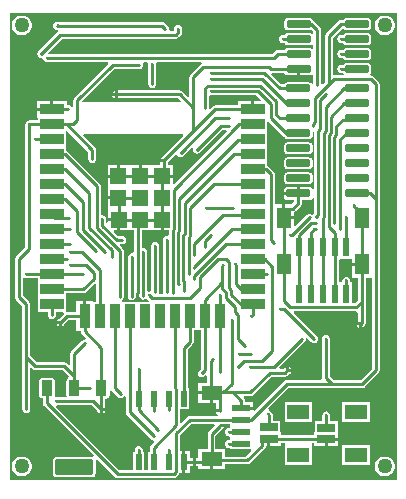
<source format=gtl>
G04*
G04 #@! TF.GenerationSoftware,Altium Limited,Altium Designer,21.2.1 (34)*
G04*
G04 Layer_Physical_Order=1*
G04 Layer_Color=255*
%FSLAX44Y44*%
%MOMM*%
G71*
G04*
G04 #@! TF.SameCoordinates,32138B9C-427C-45C4-8288-55465CA957BF*
G04*
G04*
G04 #@! TF.FilePolarity,Positive*
G04*
G01*
G75*
%ADD12R,0.5580X1.3561*%
%ADD20R,1.5494X0.6604*%
G04:AMPARAMS|DCode=25|XSize=0.93mm|YSize=1.31mm|CornerRadius=0.0698mm|HoleSize=0mm|Usage=FLASHONLY|Rotation=180.000|XOffset=0mm|YOffset=0mm|HoleType=Round|Shape=RoundedRectangle|*
%AMROUNDEDRECTD25*
21,1,0.9300,1.1705,0,0,180.0*
21,1,0.7905,1.3100,0,0,180.0*
1,1,0.1395,-0.3953,0.5853*
1,1,0.1395,0.3953,0.5853*
1,1,0.1395,0.3953,-0.5853*
1,1,0.1395,-0.3953,-0.5853*
%
%ADD25ROUNDEDRECTD25*%
G04:AMPARAMS|DCode=26|XSize=3.24mm|YSize=1.31mm|CornerRadius=0.0983mm|HoleSize=0mm|Usage=FLASHONLY|Rotation=180.000|XOffset=0mm|YOffset=0mm|HoleType=Round|Shape=RoundedRectangle|*
%AMROUNDEDRECTD26*
21,1,3.2400,1.1135,0,0,180.0*
21,1,3.0435,1.3100,0,0,180.0*
1,1,0.1965,-1.5218,0.5568*
1,1,0.1965,1.5218,0.5568*
1,1,0.1965,1.5218,-0.5568*
1,1,0.1965,-1.5218,-0.5568*
%
%ADD26ROUNDEDRECTD26*%
%ADD27R,2.0000X0.9000*%
%ADD28R,0.9000X2.0000*%
%ADD29R,1.3300X1.3300*%
%ADD30R,0.6000X1.5500*%
%ADD31R,1.2000X1.8000*%
%ADD32R,1.8000X1.2000*%
%ADD33R,1.5500X0.6000*%
%ADD34R,1.9050X1.2954*%
G04:AMPARAMS|DCode=35|XSize=1.97mm|YSize=0.6mm|CornerRadius=0.075mm|HoleSize=0mm|Usage=FLASHONLY|Rotation=0.000|XOffset=0mm|YOffset=0mm|HoleType=Round|Shape=RoundedRectangle|*
%AMROUNDEDRECTD35*
21,1,1.9700,0.4500,0,0,0.0*
21,1,1.8200,0.6000,0,0,0.0*
1,1,0.1500,0.9100,-0.2250*
1,1,0.1500,-0.9100,-0.2250*
1,1,0.1500,-0.9100,0.2250*
1,1,0.1500,0.9100,0.2250*
%
%ADD35ROUNDEDRECTD35*%
%ADD36C,0.2540*%
%ADD37C,0.2000*%
%ADD38C,1.2700*%
G36*
X327660Y0D02*
X0D01*
Y394970D01*
X327660D01*
Y0D01*
D02*
G37*
%LPC*%
G36*
X318599Y393160D02*
X316401D01*
X314277Y392591D01*
X312373Y391492D01*
X310818Y389937D01*
X309719Y388033D01*
X309150Y385909D01*
Y383711D01*
X309719Y381587D01*
X310818Y379683D01*
X312373Y378128D01*
X314277Y377029D01*
X316401Y376460D01*
X318599D01*
X320723Y377029D01*
X322627Y378128D01*
X324182Y379683D01*
X325281Y381587D01*
X325850Y383711D01*
Y385909D01*
X325281Y388033D01*
X324182Y389937D01*
X322627Y391492D01*
X320723Y392591D01*
X318599Y393160D01*
D02*
G37*
G36*
X11259D02*
X9061D01*
X6937Y392591D01*
X5033Y391492D01*
X3478Y389937D01*
X2379Y388033D01*
X1810Y385909D01*
Y383711D01*
X2379Y381587D01*
X3478Y379683D01*
X5033Y378128D01*
X6937Y377029D01*
X9061Y376460D01*
X11259D01*
X13383Y377029D01*
X15287Y378128D01*
X16842Y379683D01*
X17941Y381587D01*
X18510Y383711D01*
Y385909D01*
X17941Y388033D01*
X16842Y389937D01*
X15287Y391492D01*
X13383Y392591D01*
X11259Y393160D01*
D02*
G37*
G36*
X303040Y378434D02*
X284840D01*
X283767Y378220D01*
X282857Y377613D01*
X282257Y376714D01*
X280670D01*
X279394Y376460D01*
X278312Y375737D01*
X277590Y374656D01*
X277336Y373380D01*
X277590Y372104D01*
X278312Y371022D01*
X279394Y370300D01*
X280670Y370046D01*
X282257D01*
X282857Y369147D01*
X283767Y368540D01*
X284840Y368326D01*
X303040D01*
X304113Y368540D01*
X305023Y369147D01*
X305630Y370057D01*
X305844Y371130D01*
Y375630D01*
X305630Y376703D01*
X305023Y377613D01*
X304113Y378220D01*
X303040Y378434D01*
D02*
G37*
G36*
Y365734D02*
X284840D01*
X283767Y365520D01*
X282857Y364913D01*
X282257Y364014D01*
X280670D01*
X279394Y363760D01*
X278312Y363037D01*
X277590Y361956D01*
X277336Y360680D01*
X277590Y359404D01*
X278312Y358322D01*
X279394Y357600D01*
X280670Y357346D01*
X282257D01*
X282857Y356447D01*
X283767Y355840D01*
X284840Y355626D01*
X303040D01*
X304113Y355840D01*
X305023Y356447D01*
X305630Y357357D01*
X305844Y358430D01*
Y362930D01*
X305630Y364003D01*
X305023Y364913D01*
X304113Y365520D01*
X303040Y365734D01*
D02*
G37*
G36*
Y391134D02*
X284840D01*
X283767Y390920D01*
X282857Y390313D01*
X282257Y389414D01*
X280670D01*
X279394Y389160D01*
X278312Y388438D01*
X268153Y378278D01*
X267430Y377196D01*
X267176Y375920D01*
Y336661D01*
X264954Y334439D01*
X263684Y334965D01*
Y381000D01*
X263430Y382276D01*
X262708Y383358D01*
X257628Y388438D01*
X256546Y389160D01*
X256268Y389216D01*
X256230Y389403D01*
X255623Y390313D01*
X254713Y390920D01*
X253640Y391134D01*
X235440D01*
X234367Y390920D01*
X233457Y390313D01*
X232850Y389403D01*
X232636Y388330D01*
Y383830D01*
X232850Y382757D01*
X233457Y381847D01*
X234367Y381240D01*
X235440Y381026D01*
X253640D01*
X254713Y381240D01*
X255122Y381513D01*
X257016Y379619D01*
Y377813D01*
X255746Y377428D01*
X255623Y377613D01*
X254713Y378220D01*
X253640Y378434D01*
X235440D01*
X234367Y378220D01*
X233457Y377613D01*
X232857Y376714D01*
X231174D01*
X229898Y376460D01*
X228816Y375737D01*
X228783Y375704D01*
X228060Y374622D01*
X227806Y373346D01*
X228060Y372071D01*
X228783Y370989D01*
X229864Y370266D01*
X231140Y370012D01*
X231309Y370046D01*
X232857D01*
X233457Y369147D01*
X234367Y368540D01*
X235440Y368326D01*
X253640D01*
X254713Y368540D01*
X255623Y369147D01*
X255746Y369332D01*
X257016Y368947D01*
Y365113D01*
X255746Y364728D01*
X255623Y364913D01*
X254713Y365520D01*
X253640Y365734D01*
X235440D01*
X234367Y365520D01*
X233457Y364913D01*
X232857Y364014D01*
X227330D01*
X226054Y363760D01*
X224972Y363037D01*
X222139Y360204D01*
X32705D01*
X32179Y361474D01*
X44371Y373666D01*
X140780D01*
X142056Y373920D01*
X143138Y374642D01*
X144949Y376454D01*
X145672Y377536D01*
X145926Y378812D01*
Y381658D01*
X145672Y382934D01*
X144949Y384016D01*
X143868Y384738D01*
X142592Y384992D01*
X141316Y384738D01*
X140234Y384016D01*
X139512Y382934D01*
X139258Y381658D01*
Y380334D01*
X135685D01*
X134879Y381316D01*
X134924Y381540D01*
X134670Y382816D01*
X133947Y383898D01*
X131167Y386678D01*
X130086Y387400D01*
X128810Y387654D01*
X41613D01*
X41237Y387810D01*
X40043D01*
X39220Y387469D01*
X38874Y387400D01*
X37792Y386678D01*
X37070Y385596D01*
X36816Y384320D01*
X37070Y383044D01*
X37792Y381963D01*
X38874Y381240D01*
X40150Y380986D01*
X40784D01*
X41169Y379716D01*
X40633Y379357D01*
X24313Y363037D01*
X23590Y361956D01*
X23336Y360680D01*
X23590Y359404D01*
X24313Y358322D01*
X25394Y357600D01*
X26670Y357346D01*
X27238Y357459D01*
X27566Y357295D01*
X28463Y356560D01*
X28487Y356511D01*
X28670Y355594D01*
X29392Y354512D01*
X30474Y353790D01*
X31750Y353536D01*
X83001D01*
X83488Y352363D01*
X54792Y323667D01*
X54070Y322586D01*
X53816Y321310D01*
Y315912D01*
X52546Y315659D01*
X52531Y315695D01*
X51535Y316691D01*
X50234Y317230D01*
X48826D01*
X48280Y318379D01*
Y320730D01*
X37010D01*
Y313690D01*
X35740D01*
Y312420D01*
X23200D01*
Y306650D01*
X23740D01*
Y304324D01*
X16510D01*
X15234Y304070D01*
X14152Y303347D01*
X13430Y302266D01*
X13176Y300990D01*
Y196961D01*
X5263Y189048D01*
X4540Y187966D01*
X4286Y186690D01*
Y154940D01*
X4540Y153664D01*
X5263Y152583D01*
X10636Y147209D01*
Y104140D01*
Y59690D01*
X10890Y58414D01*
X11612Y57333D01*
X12694Y56610D01*
X13970Y56356D01*
X15246Y56610D01*
X16328Y57333D01*
X17050Y58414D01*
X17304Y59690D01*
Y94431D01*
X18477Y94918D01*
X19232Y94163D01*
X20314Y93440D01*
X21590Y93186D01*
X44339D01*
X49882Y87643D01*
X49626Y86397D01*
X49503Y86226D01*
X48713Y85697D01*
X48116Y84805D01*
X47907Y83752D01*
Y72048D01*
X48109Y71034D01*
X48115Y70992D01*
X47412Y69764D01*
X40181D01*
X39684Y69970D01*
X39046D01*
X38707Y70382D01*
X38250Y71229D01*
X38413Y72048D01*
Y83752D01*
X38203Y84805D01*
X37607Y85697D01*
X36715Y86293D01*
X35663Y86503D01*
X27757D01*
X26705Y86293D01*
X25813Y85697D01*
X25217Y84805D01*
X25007Y83752D01*
Y72048D01*
X25217Y70995D01*
X25813Y70103D01*
X26705Y69507D01*
X27757Y69297D01*
X28376D01*
Y64810D01*
X28630Y63534D01*
X29353Y62453D01*
X71168Y20637D01*
X70543Y19466D01*
X69827Y19608D01*
X39392D01*
X38229Y19377D01*
X37242Y18718D01*
X36583Y17731D01*
X36352Y16567D01*
Y5433D01*
X36583Y4269D01*
X37242Y3282D01*
X38229Y2623D01*
X39392Y2392D01*
X69827D01*
X70991Y2623D01*
X71978Y3282D01*
X72637Y4269D01*
X72868Y5433D01*
Y16567D01*
X72726Y17283D01*
X73897Y17908D01*
X89082Y2722D01*
X90164Y2000D01*
X91440Y1746D01*
X138705D01*
X139980Y2000D01*
X141062Y2722D01*
X143038Y4698D01*
X143760Y5780D01*
X143778Y5870D01*
X146050D01*
Y15191D01*
Y24511D01*
X144304D01*
Y37989D01*
X153701Y47386D01*
X172955D01*
X173481Y46116D01*
X168522Y41157D01*
X167800Y40076D01*
X167546Y38800D01*
Y26260D01*
X159340D01*
Y18525D01*
X157480D01*
Y15191D01*
Y11856D01*
X159340D01*
Y9180D01*
X169610D01*
Y17720D01*
X172150D01*
Y9180D01*
X182420D01*
Y13121D01*
X201277D01*
X202553Y13375D01*
X203635Y14098D01*
X215926Y26388D01*
X216648Y27470D01*
X216859Y28528D01*
X217922D01*
Y34370D01*
X220462D01*
Y28528D01*
X229479D01*
Y31036D01*
X232721D01*
X232917Y29847D01*
X232917Y29766D01*
Y12893D01*
X255967D01*
Y29766D01*
X255967Y29847D01*
X256163Y31036D01*
X257683D01*
Y28448D01*
X266700D01*
Y34290D01*
X267970D01*
Y35560D01*
X278257D01*
Y40132D01*
X277717D01*
Y49592D01*
X271304D01*
Y54610D01*
X271050Y55886D01*
X270327Y56968D01*
X269246Y57690D01*
X267970Y57944D01*
X266694Y57690D01*
X265613Y56968D01*
X264890Y55886D01*
X264636Y54610D01*
Y49592D01*
X258223D01*
Y40132D01*
X257683D01*
Y37704D01*
X229479D01*
Y40212D01*
X228939D01*
Y49672D01*
X222526D01*
Y55128D01*
X222272Y56404D01*
X221550Y57485D01*
X220798Y58238D01*
X219716Y58960D01*
X219237Y59056D01*
X218819Y60434D01*
X236331Y77946D01*
X298450D01*
X299726Y78200D01*
X300807Y78923D01*
X312237Y90352D01*
X312960Y91434D01*
X313214Y92710D01*
Y237490D01*
Y334952D01*
X312960Y336228D01*
X312237Y337309D01*
X308099Y341447D01*
X307018Y342170D01*
X305742Y342424D01*
X305328D01*
X304943Y343694D01*
X305023Y343747D01*
X305630Y344657D01*
X305844Y345730D01*
Y350230D01*
X305630Y351303D01*
X305023Y352213D01*
X304113Y352820D01*
X303040Y353034D01*
X284840D01*
X283767Y352820D01*
X282857Y352213D01*
X282257Y351314D01*
X280670D01*
X279394Y351060D01*
X278312Y350337D01*
X277590Y349256D01*
X277336Y347980D01*
X277590Y346704D01*
X278312Y345622D01*
X279394Y344900D01*
X280670Y344646D01*
X282201D01*
X282924Y343652D01*
X282552Y342424D01*
X274320D01*
X273844Y342815D01*
Y374539D01*
X281259Y381954D01*
X282857Y381847D01*
X283767Y381240D01*
X284840Y381026D01*
X303040D01*
X304113Y381240D01*
X305023Y381847D01*
X305630Y382757D01*
X305844Y383830D01*
Y388330D01*
X305630Y389403D01*
X305023Y390313D01*
X304113Y390920D01*
X303040Y391134D01*
D02*
G37*
G36*
X34470Y320730D02*
X23200D01*
Y314960D01*
X34470D01*
Y320730D01*
D02*
G37*
G36*
X255967Y65847D02*
X232917D01*
Y48893D01*
X255967D01*
Y65847D01*
D02*
G37*
G36*
X304745Y65767D02*
X281695D01*
Y48813D01*
X304745D01*
Y65767D01*
D02*
G37*
G36*
X278257Y33020D02*
X269240D01*
Y28448D01*
X278257D01*
Y33020D01*
D02*
G37*
G36*
X304745Y29767D02*
X281695D01*
Y12813D01*
X304745D01*
Y29767D01*
D02*
G37*
G36*
X152650Y24511D02*
X148590D01*
Y15191D01*
Y5870D01*
X152650D01*
Y11856D01*
X154940D01*
Y15191D01*
Y18525D01*
X152650D01*
Y24511D01*
D02*
G37*
G36*
X318599Y19780D02*
X316401D01*
X314277Y19211D01*
X312373Y18112D01*
X310818Y16557D01*
X309719Y14653D01*
X309150Y12529D01*
Y10331D01*
X309719Y8207D01*
X310818Y6303D01*
X312373Y4748D01*
X314277Y3649D01*
X316401Y3080D01*
X318599D01*
X320723Y3649D01*
X322627Y4748D01*
X324182Y6303D01*
X325281Y8207D01*
X325850Y10331D01*
Y12529D01*
X325281Y14653D01*
X324182Y16557D01*
X322627Y18112D01*
X320723Y19211D01*
X318599Y19780D01*
D02*
G37*
G36*
X11259D02*
X9061D01*
X6937Y19211D01*
X5033Y18112D01*
X3478Y16557D01*
X2379Y14653D01*
X1810Y12529D01*
Y10331D01*
X2379Y8207D01*
X3478Y6303D01*
X5033Y4748D01*
X6937Y3649D01*
X9061Y3080D01*
X11259D01*
X13383Y3649D01*
X15287Y4748D01*
X16842Y6303D01*
X17941Y8207D01*
X18510Y10331D01*
Y12529D01*
X17941Y14653D01*
X16842Y16557D01*
X15287Y18112D01*
X13383Y19211D01*
X11259Y19780D01*
D02*
G37*
%LPD*%
G36*
X245810Y342375D02*
X253640D01*
X254924Y342631D01*
X255746Y343180D01*
X256686Y342861D01*
X257016Y342618D01*
Y335829D01*
X255746Y335443D01*
X255573Y335703D01*
X254663Y336310D01*
X253590Y336524D01*
X235390D01*
X234317Y336310D01*
X233407Y335703D01*
X232807Y334804D01*
X229981D01*
X221409Y343376D01*
X221935Y344646D01*
X232301D01*
X232341Y344446D01*
X233068Y343358D01*
X234156Y342631D01*
X235440Y342375D01*
X243270D01*
Y347980D01*
X245810D01*
Y342375D01*
D02*
G37*
G36*
X162468Y352358D02*
X162458Y352266D01*
X161472Y351608D01*
X153217Y343353D01*
X152495Y342271D01*
X152241Y340995D01*
Y324669D01*
X151068Y324182D01*
X146503Y328747D01*
X145421Y329470D01*
X144145Y329724D01*
X91440D01*
Y326390D01*
Y323056D01*
X142764D01*
X144855Y320965D01*
X144369Y319791D01*
X62142D01*
X61616Y321061D01*
X88522Y347966D01*
X109607D01*
X110883Y348220D01*
X111964Y348943D01*
X112687Y350025D01*
X112941Y351301D01*
X112749Y352266D01*
X113457Y353536D01*
X116473D01*
X117411Y352266D01*
X117316Y351790D01*
Y335280D01*
X117570Y334004D01*
X118293Y332923D01*
X119374Y332200D01*
X120650Y331946D01*
X121926Y332200D01*
X123007Y332923D01*
X123730Y334004D01*
X123984Y335280D01*
Y351790D01*
X123889Y352266D01*
X124827Y353536D01*
X161685D01*
X162468Y352358D01*
D02*
G37*
G36*
X170238Y325654D02*
X208896D01*
X212647Y321903D01*
X212161Y320730D01*
X207010D01*
Y313690D01*
X204470D01*
Y320730D01*
X193200D01*
Y317024D01*
X173990D01*
X172714Y316770D01*
X171632Y316047D01*
X169526Y313941D01*
X168356Y314567D01*
X168434Y314960D01*
Y324849D01*
X169704Y325760D01*
X170238Y325654D01*
D02*
G37*
G36*
X183818Y295213D02*
X139453Y250848D01*
X138280Y251334D01*
Y255770D01*
X129090D01*
Y258310D01*
X138280D01*
Y266230D01*
X134144D01*
Y269129D01*
X140519Y275504D01*
X141978Y275167D01*
X142423Y274503D01*
X143504Y273780D01*
X144780Y273526D01*
X146056Y273780D01*
X147137Y274503D01*
X154641Y282006D01*
X155627Y281196D01*
X155313Y280726D01*
X155059Y279450D01*
X155313Y278174D01*
X156036Y277093D01*
X157118Y276370D01*
X158394Y276116D01*
X159670Y276370D01*
X160751Y277093D01*
X180044Y296386D01*
X183332D01*
X183818Y295213D01*
D02*
G37*
G36*
X66516Y278019D02*
Y271780D01*
X66770Y270504D01*
X67492Y269422D01*
X68574Y268700D01*
X69850Y268446D01*
X71126Y268700D01*
X72207Y269422D01*
X72930Y270504D01*
X73184Y271780D01*
Y279400D01*
X72930Y280676D01*
X72208Y281758D01*
X62408Y291558D01*
X62894Y292731D01*
X146520D01*
X147046Y291461D01*
X129302Y273717D01*
X128805Y273511D01*
X127809Y272515D01*
X127504Y271780D01*
X130810D01*
Y269240D01*
X127476D01*
Y266230D01*
X112010D01*
Y257040D01*
X109470D01*
Y266230D01*
X101550D01*
Y266230D01*
X101260D01*
Y266230D01*
X93340D01*
Y257040D01*
X92070D01*
Y255770D01*
X82880D01*
Y247850D01*
Y239960D01*
X92070D01*
Y237420D01*
X82880D01*
Y229500D01*
X83200D01*
Y221610D01*
X92390D01*
Y220340D01*
X93660D01*
Y211150D01*
X104969D01*
Y192574D01*
X103699Y191664D01*
X103163Y191771D01*
X101887Y191517D01*
X100806Y190794D01*
X100083Y189713D01*
X99829Y188437D01*
Y155285D01*
X99816Y155220D01*
X100070Y153944D01*
X100793Y152863D01*
X101874Y152140D01*
X103150Y151886D01*
X104426Y152140D01*
X105507Y152863D01*
X105520Y152875D01*
X106243Y153957D01*
X107033Y154379D01*
Y157856D01*
X109573D01*
Y154550D01*
X110091Y154765D01*
X110150Y154734D01*
X110873Y153652D01*
X111954Y152930D01*
X113230Y152676D01*
X114506Y152930D01*
X115588Y153652D01*
X116650Y152955D01*
X117745Y151860D01*
X117219Y150590D01*
X94953D01*
X94691Y151860D01*
X95504Y152404D01*
X96227Y153485D01*
X96481Y154761D01*
Y193874D01*
X96227Y195149D01*
X95504Y196231D01*
X93256Y198479D01*
X93742Y199652D01*
X95112D01*
X96388Y199906D01*
X97470Y200629D01*
X98192Y201710D01*
X98446Y202986D01*
X98192Y204262D01*
X97470Y205344D01*
X96388Y206067D01*
X95112Y206320D01*
X91835D01*
X88179Y209977D01*
X88665Y211150D01*
X91120D01*
Y219070D01*
X83200D01*
Y217920D01*
X81930Y217241D01*
X81724Y217378D01*
Y220686D01*
X81470Y221962D01*
X80747Y223044D01*
X79666Y223766D01*
X78390Y224020D01*
X78264Y223995D01*
X76994Y225037D01*
Y248920D01*
X76740Y250196D01*
X76017Y251278D01*
X49348Y277948D01*
X48266Y278670D01*
X47740Y278775D01*
Y295136D01*
X48913Y295622D01*
X66516Y278019D01*
D02*
G37*
G36*
X231322Y291012D02*
X232404Y290290D01*
X232766Y290218D01*
X232800Y290047D01*
X233407Y289137D01*
X234317Y288530D01*
X235390Y288316D01*
X253590D01*
X254663Y288530D01*
X255573Y289137D01*
X256180Y290047D01*
X256394Y291120D01*
Y295136D01*
X256490Y295233D01*
X256612Y295326D01*
X256636Y295331D01*
X257906Y294326D01*
Y246861D01*
X256729Y246170D01*
X256636Y246183D01*
X255962Y247192D01*
X254874Y247919D01*
X253590Y248174D01*
X245760D01*
Y242570D01*
X244490D01*
Y241300D01*
X232036D01*
Y240320D01*
X232291Y239036D01*
X233018Y237948D01*
X234106Y237221D01*
X235390Y236966D01*
X240756D01*
X240991Y235695D01*
X238935Y233640D01*
X233380D01*
Y223370D01*
X240650D01*
Y226596D01*
X241040Y226674D01*
X242122Y227397D01*
X246848Y232122D01*
X247570Y233204D01*
X247824Y234480D01*
Y236966D01*
X253590D01*
X254874Y237221D01*
X255962Y237948D01*
X256636Y238957D01*
X256729Y238970D01*
X257906Y238279D01*
Y225791D01*
X257419Y225304D01*
X256357Y224608D01*
X255276Y225330D01*
X254000Y225584D01*
X252724Y225330D01*
X251642Y224608D01*
X241823Y214788D01*
X240650Y215274D01*
Y220830D01*
X232110D01*
Y222100D01*
X230840D01*
Y233640D01*
X224314D01*
Y259080D01*
X224060Y260356D01*
X223337Y261437D01*
X219527Y265247D01*
X218446Y265970D01*
X217740Y266111D01*
Y281790D01*
Y294490D01*
Y302799D01*
X219010Y303325D01*
X231322Y291012D01*
D02*
G37*
G36*
X130360Y211150D02*
X134716D01*
Y207323D01*
X133446Y206280D01*
X133220Y206325D01*
X131945Y206071D01*
X130863Y205348D01*
X130140Y204267D01*
X129886Y202991D01*
Y158707D01*
X129972Y158274D01*
X129014Y157004D01*
X127387D01*
X127366Y157013D01*
X126444Y158274D01*
X126542Y158768D01*
Y198156D01*
X126288Y199431D01*
X125565Y200513D01*
X124483Y201236D01*
X123208Y201490D01*
X121932Y201236D01*
X120850Y200513D01*
X120127Y199431D01*
X119874Y198156D01*
Y160376D01*
X118603Y159446D01*
X118110Y159544D01*
X117834Y159489D01*
X116564Y160521D01*
Y193017D01*
X116310Y194293D01*
X115588Y195375D01*
X114506Y196098D01*
X113230Y196352D01*
X112907Y196287D01*
X111637Y197297D01*
Y211150D01*
X127820D01*
Y220340D01*
X130360D01*
Y211150D01*
D02*
G37*
G36*
X289570Y184000D02*
X298110D01*
Y181460D01*
X289570D01*
Y171190D01*
X294776D01*
Y152171D01*
X291989Y149384D01*
X290110D01*
Y167230D01*
X288419D01*
Y168942D01*
X288166Y170218D01*
X287443Y171300D01*
X286361Y172023D01*
X285085Y172276D01*
X283810Y172023D01*
X282728Y171300D01*
X282005Y170218D01*
X281751Y168942D01*
Y168128D01*
X280853Y167230D01*
X280110D01*
Y167230D01*
X280110D01*
Y167230D01*
X278444D01*
Y186202D01*
X279342Y187100D01*
X280110D01*
Y187100D01*
X280110D01*
Y187100D01*
X289570D01*
Y184000D01*
D02*
G37*
G36*
X72956Y165641D02*
Y150590D01*
X70630D01*
Y151130D01*
X64860D01*
Y138590D01*
X62320D01*
Y151130D01*
X56550D01*
Y141924D01*
X48941D01*
X48374Y142002D01*
X47740Y143084D01*
Y157956D01*
X62230D01*
X63506Y158210D01*
X64587Y158933D01*
X71783Y166128D01*
X72956Y165641D01*
D02*
G37*
G36*
X306546Y94091D02*
X297069Y84614D01*
X274431D01*
X271007Y88039D01*
Y119482D01*
X270753Y120758D01*
X270030Y121839D01*
X268948Y122562D01*
X267672Y122816D01*
X266397Y122562D01*
X265315Y121839D01*
X264592Y120758D01*
X264338Y119482D01*
Y86658D01*
X264492Y85884D01*
X263694Y84614D01*
X234950D01*
X233674Y84360D01*
X232593Y83638D01*
X207593Y58638D01*
X206420Y59124D01*
Y59450D01*
X196130D01*
Y61990D01*
X206420D01*
Y66260D01*
X199464D01*
Y66760D01*
X199210Y68036D01*
X198487Y69117D01*
X197978Y69627D01*
X198464Y70800D01*
X203675D01*
X204951Y71054D01*
X206032Y71777D01*
X221631Y87376D01*
X232950D01*
X234226Y87630D01*
X235308Y88352D01*
X236458Y89503D01*
X236955Y89709D01*
X237951Y90705D01*
X238256Y91440D01*
X234950D01*
Y92710D01*
X233680D01*
Y96016D01*
X232945Y95711D01*
X231949Y94715D01*
X231743Y94218D01*
X231569Y94044D01*
X228689D01*
X228202Y95217D01*
X250007Y117022D01*
X250730Y118104D01*
X250984Y119380D01*
X250906Y119773D01*
X252076Y120399D01*
X255452Y117022D01*
X256534Y116300D01*
X257810Y116046D01*
X259086Y116300D01*
X260168Y117022D01*
X260890Y118104D01*
X261144Y119380D01*
X260890Y120656D01*
X260168Y121737D01*
X240362Y141543D01*
X240849Y142716D01*
X293370D01*
X293506Y142743D01*
X294776Y141701D01*
Y134682D01*
X294179Y134085D01*
X293874Y133350D01*
X297180D01*
Y132080D01*
X298450D01*
Y128774D01*
X299185Y129079D01*
X300181Y130075D01*
X300387Y130572D01*
X300467Y130653D01*
X301190Y131734D01*
X301444Y133010D01*
Y150790D01*
Y171190D01*
X306546D01*
Y94091D01*
D02*
G37*
G36*
X12700Y170910D02*
X13976Y170656D01*
X23740D01*
Y154790D01*
Y142090D01*
X32406D01*
Y140605D01*
X32226Y139700D01*
X32480Y138424D01*
X33203Y137343D01*
X34284Y136620D01*
X35560Y136366D01*
X36836Y136620D01*
X37917Y137343D01*
X38098Y137522D01*
X38820Y138604D01*
X39074Y139880D01*
Y142090D01*
X45486D01*
X45860Y141349D01*
X45935Y140820D01*
X41672Y136557D01*
X41175Y136351D01*
X40179Y135355D01*
X39874Y134620D01*
X43180D01*
Y133350D01*
X44450D01*
Y130044D01*
X45185Y130349D01*
X46181Y131345D01*
X46387Y131842D01*
X49801Y135256D01*
X56550D01*
Y126050D01*
X60256D01*
Y125640D01*
X60510Y124364D01*
X61233Y123282D01*
X64519Y119996D01*
X63893Y118826D01*
X63500Y118904D01*
X62224Y118650D01*
X61143Y117928D01*
X52252Y109038D01*
X51530Y107956D01*
X51276Y106680D01*
Y97338D01*
X50103Y96852D01*
X48078Y98877D01*
X46996Y99600D01*
X45720Y99854D01*
X22971D01*
X17304Y105521D01*
Y148590D01*
X17050Y149866D01*
X16328Y150948D01*
X10954Y156321D01*
Y170549D01*
X12224Y171228D01*
X12700Y170910D01*
D02*
G37*
G36*
X86543Y75113D02*
X91622Y70033D01*
X92704Y69310D01*
X93980Y69056D01*
X95256Y69310D01*
X96337Y70033D01*
X96996Y71018D01*
X97088Y71028D01*
X98266Y70245D01*
Y57150D01*
X98520Y55874D01*
X99242Y54792D01*
X119563Y34472D01*
X120644Y33750D01*
X121597Y33560D01*
X122043Y32647D01*
X122098Y32264D01*
X119563Y29729D01*
X118840Y28647D01*
X118586Y27371D01*
Y23971D01*
X117130D01*
Y8414D01*
X114010D01*
Y23971D01*
X112554D01*
Y25400D01*
X112300Y26676D01*
X111578Y27757D01*
X110496Y28480D01*
X109220Y28734D01*
X107944Y28480D01*
X106862Y27757D01*
X106140Y26676D01*
X105886Y25400D01*
Y23971D01*
X104430D01*
Y8414D01*
X92821D01*
X39518Y61717D01*
X40007Y63024D01*
X40181Y63096D01*
X69349D01*
X74263Y58182D01*
X74469Y57685D01*
X75465Y56689D01*
X76200Y56384D01*
Y59690D01*
X77470D01*
Y60960D01*
X80804D01*
Y68747D01*
X81462D01*
X82726Y68998D01*
X83797Y69713D01*
X84512Y70784D01*
X84763Y72048D01*
Y75490D01*
X86033Y75874D01*
X86543Y75113D01*
D02*
G37*
G36*
X161856Y94181D02*
X160203Y92528D01*
X159480Y91446D01*
X159226Y90170D01*
X159480Y88894D01*
X160203Y87812D01*
X161284Y87090D01*
X162560Y86836D01*
X163836Y87090D01*
X164918Y87812D01*
X165958Y88853D01*
X167131Y88367D01*
Y82260D01*
X159340D01*
Y74990D01*
X170880D01*
Y73720D01*
X172150D01*
Y65180D01*
X174466D01*
Y59690D01*
X177800D01*
Y57150D01*
X174494D01*
X174799Y56415D01*
X175795Y55419D01*
X176024Y55324D01*
X175771Y54054D01*
X152320D01*
X151044Y53800D01*
X149963Y53078D01*
X145187Y48302D01*
X144014Y48788D01*
Y59849D01*
X152110D01*
Y77410D01*
X150654D01*
Y110379D01*
X154757Y114482D01*
X155480Y115564D01*
X155734Y116840D01*
Y126590D01*
X161856D01*
Y94181D01*
D02*
G37*
G36*
X186380Y43974D02*
X185420D01*
X184144Y43720D01*
X183062Y42997D01*
X182340Y41916D01*
X182086Y40640D01*
X182340Y39364D01*
X183062Y38282D01*
X184144Y37560D01*
X185420Y37306D01*
X185482D01*
X186380Y36408D01*
Y35720D01*
X186380D01*
Y35720D01*
X186380D01*
Y33814D01*
X185420D01*
X184144Y33560D01*
X183062Y32838D01*
X182340Y31756D01*
X182086Y30480D01*
X182340Y29204D01*
X183062Y28122D01*
X184144Y27400D01*
X185420Y27146D01*
X186380D01*
Y25720D01*
X204168D01*
X204654Y24547D01*
X199896Y19789D01*
X182420D01*
Y26260D01*
X174214D01*
Y37419D01*
X179308Y42513D01*
X179805Y42719D01*
X180801Y43715D01*
X181106Y44450D01*
X177800D01*
Y46990D01*
X181718D01*
X181983Y47386D01*
X186380D01*
Y43974D01*
D02*
G37*
%LPC*%
G36*
X88900Y329696D02*
X88165Y329391D01*
X87169Y328395D01*
X86864Y327660D01*
X88900D01*
Y329696D01*
D02*
G37*
G36*
Y325120D02*
X86864D01*
X87169Y324385D01*
X88165Y323389D01*
X88900Y323084D01*
Y325120D01*
D02*
G37*
G36*
X90800Y266230D02*
X82880D01*
Y258310D01*
X90800D01*
Y266230D01*
D02*
G37*
G36*
X253590Y285724D02*
X235390D01*
X234317Y285510D01*
X233407Y284903D01*
X232800Y283993D01*
X232586Y282920D01*
Y278420D01*
X232800Y277347D01*
X233407Y276437D01*
X234317Y275830D01*
X235390Y275616D01*
X253590D01*
X254663Y275830D01*
X255573Y276437D01*
X256180Y277347D01*
X256394Y278420D01*
Y282920D01*
X256180Y283993D01*
X255573Y284903D01*
X254663Y285510D01*
X253590Y285724D01*
D02*
G37*
G36*
Y273024D02*
X235390D01*
X234317Y272810D01*
X233407Y272203D01*
X232800Y271293D01*
X232586Y270220D01*
Y265720D01*
X232800Y264647D01*
X233407Y263737D01*
X234317Y263130D01*
X235390Y262916D01*
X253590D01*
X254663Y263130D01*
X255573Y263737D01*
X256180Y264647D01*
X256394Y265720D01*
Y270220D01*
X256180Y271293D01*
X255573Y272203D01*
X254663Y272810D01*
X253590Y273024D01*
D02*
G37*
G36*
Y260324D02*
X235390D01*
X234317Y260110D01*
X233407Y259503D01*
X232800Y258593D01*
X232586Y257520D01*
Y253020D01*
X232800Y251947D01*
X233407Y251037D01*
X234317Y250430D01*
X235390Y250216D01*
X253590D01*
X254663Y250430D01*
X255573Y251037D01*
X256180Y251947D01*
X256394Y253020D01*
Y257520D01*
X256180Y258593D01*
X255573Y259503D01*
X254663Y260110D01*
X253590Y260324D01*
D02*
G37*
G36*
X243220Y248174D02*
X235390D01*
X234106Y247919D01*
X233018Y247192D01*
X232291Y246104D01*
X232036Y244820D01*
Y243840D01*
X243220D01*
Y248174D01*
D02*
G37*
G36*
X295910Y130810D02*
X293874D01*
X294179Y130075D01*
X295175Y129079D01*
X295910Y128774D01*
Y130810D01*
D02*
G37*
G36*
X236220Y96016D02*
Y93980D01*
X238256D01*
X237951Y94715D01*
X236955Y95711D01*
X236220Y96016D01*
D02*
G37*
G36*
X41910Y132080D02*
X39874D01*
X40179Y131345D01*
X41175Y130349D01*
X41910Y130044D01*
Y132080D01*
D02*
G37*
G36*
X80776Y58420D02*
X78740D01*
Y56384D01*
X79475Y56689D01*
X80471Y57685D01*
X80776Y58420D01*
D02*
G37*
G36*
X169610Y72450D02*
X159340D01*
Y65180D01*
X169610D01*
Y72450D01*
D02*
G37*
%LPD*%
D12*
X109220Y15191D02*
D03*
X121920D02*
D03*
X134620D02*
D03*
X147320D02*
D03*
Y68629D02*
D03*
X134620D02*
D03*
X121920D02*
D03*
X109220D02*
D03*
D20*
X267970Y34290D02*
D03*
Y44290D02*
D03*
X219192Y34370D02*
D03*
Y44370D02*
D03*
D25*
X77510Y77900D02*
D03*
X54610D02*
D03*
X31710D02*
D03*
D26*
X54610Y11000D02*
D03*
D27*
X35740Y313690D02*
D03*
Y300990D02*
D03*
Y288290D02*
D03*
Y275590D02*
D03*
Y262890D02*
D03*
Y250190D02*
D03*
Y237490D02*
D03*
Y224790D02*
D03*
Y212090D02*
D03*
Y199390D02*
D03*
Y186690D02*
D03*
Y173990D02*
D03*
Y161290D02*
D03*
Y148590D02*
D03*
X205740Y313690D02*
D03*
Y300990D02*
D03*
Y288290D02*
D03*
Y275590D02*
D03*
Y262890D02*
D03*
Y250190D02*
D03*
Y237490D02*
D03*
Y224790D02*
D03*
Y212090D02*
D03*
Y199390D02*
D03*
Y186690D02*
D03*
Y173990D02*
D03*
Y161290D02*
D03*
Y148590D02*
D03*
D28*
X63590Y138590D02*
D03*
X76290D02*
D03*
X88990D02*
D03*
X101690D02*
D03*
X114390D02*
D03*
X127090D02*
D03*
X139790D02*
D03*
X152490D02*
D03*
X165190D02*
D03*
X177890D02*
D03*
D29*
X129090Y238690D02*
D03*
X92070D02*
D03*
X110740D02*
D03*
Y220340D02*
D03*
X129090Y257040D02*
D03*
Y220340D02*
D03*
X92070Y257040D02*
D03*
X110740D02*
D03*
X92390Y220340D02*
D03*
D30*
X245110Y196850D02*
D03*
X255110D02*
D03*
X265110D02*
D03*
X275110D02*
D03*
X285110D02*
D03*
Y157480D02*
D03*
X275110D02*
D03*
X265110D02*
D03*
X255110D02*
D03*
X245110D02*
D03*
D31*
X232110Y222100D02*
D03*
X298110D02*
D03*
Y182730D02*
D03*
X232110D02*
D03*
D32*
X170880Y73720D02*
D03*
Y17720D02*
D03*
D33*
X196130Y60720D02*
D03*
Y50720D02*
D03*
Y40720D02*
D03*
Y30720D02*
D03*
D34*
X293220Y21290D02*
D03*
Y57290D02*
D03*
X244442Y21370D02*
D03*
Y57370D02*
D03*
D35*
X244490Y331470D02*
D03*
Y318770D02*
D03*
Y306070D02*
D03*
Y293370D02*
D03*
Y280670D02*
D03*
Y267970D02*
D03*
Y255270D02*
D03*
Y242570D02*
D03*
X293990D02*
D03*
Y255270D02*
D03*
Y267970D02*
D03*
Y280670D02*
D03*
Y293370D02*
D03*
Y306070D02*
D03*
Y318770D02*
D03*
Y331470D02*
D03*
X293940Y386080D02*
D03*
Y373380D02*
D03*
Y360680D02*
D03*
Y347980D02*
D03*
X244540D02*
D03*
Y360680D02*
D03*
Y373380D02*
D03*
Y386080D02*
D03*
D36*
X77470Y59690D02*
Y111760D01*
X70730Y66430D02*
X77470Y59690D01*
X38980Y66430D02*
X70730D01*
X54610Y77900D02*
X67525D01*
X67632Y77792D01*
X180705Y74135D02*
X188755D01*
X172655D02*
X180705D01*
X187960Y81389D01*
Y135650D01*
X193040Y95250D02*
X198120Y100330D01*
X213360D01*
X109186Y68596D02*
X109220Y68629D01*
X109186Y58944D02*
Y68596D01*
X101600Y57150D02*
Y138500D01*
Y57150D02*
X121920Y36830D01*
X35560Y139700D02*
X35740Y139880D01*
X13970Y104140D02*
Y148590D01*
X35740Y139880D02*
Y148590D01*
X63590Y125640D02*
X77470Y111760D01*
X54610Y106680D02*
X63500Y115570D01*
X63590Y125640D02*
Y138590D01*
X54610Y87630D02*
Y106680D01*
X31710Y64810D02*
X91440Y5080D01*
X31710Y64810D02*
Y77900D01*
X88900Y77470D02*
X93980Y72390D01*
X88900Y77470D02*
Y138500D01*
X125730Y41910D02*
Y42401D01*
X109186Y58944D02*
X125730Y42401D01*
X309880Y237490D02*
Y334952D01*
Y92710D02*
Y237490D01*
X304800Y242570D02*
X309880Y237490D01*
X293990Y242570D02*
X304800D01*
X298450Y81280D02*
X309880Y92710D01*
X305742Y339090D02*
X309880Y334952D01*
X274320Y339090D02*
X305742D01*
X270510Y335280D02*
X274320Y339090D01*
X258350Y323120D02*
X270510Y335280D01*
Y375920D01*
X280670Y386080D01*
Y373380D02*
X293940D01*
X280670Y347980D02*
X293940D01*
X280670Y360680D02*
X293940D01*
X13970Y59690D02*
Y104140D01*
X54610Y77900D02*
Y87630D01*
X13970Y104140D02*
X21590Y96520D01*
X45720D01*
X54610Y87630D01*
X7620Y154940D02*
Y186690D01*
Y154940D02*
X13970Y148590D01*
X170465Y74135D02*
Y100393D01*
X64770Y181610D02*
X71120Y175260D01*
X62230Y161290D02*
X71120Y170180D01*
X13976Y173990D02*
X35740D01*
X62230D01*
X71120Y170180D02*
Y175260D01*
X121920Y58420D02*
Y68629D01*
X38740Y221790D02*
X49910D01*
X169615Y16455D02*
X201277D01*
X109220Y15191D02*
Y25400D01*
X134620Y59015D02*
Y68629D01*
X109220D02*
Y93980D01*
X147320Y15191D02*
X156210D01*
X134620D02*
Y25400D01*
X177800Y91440D02*
X177890Y91530D01*
Y138590D01*
X165190Y92800D02*
Y138590D01*
X162560Y90170D02*
X165190Y92800D01*
X222250Y109220D02*
Y180340D01*
X213360Y100330D02*
X222250Y109220D01*
X215900Y186690D02*
X222250Y180340D01*
X228600Y144780D02*
X232410D01*
X205740Y139700D02*
Y148590D01*
X204470Y138430D02*
X205740Y139700D01*
X194310Y106680D02*
X204470D01*
X16510Y195580D02*
Y300990D01*
X7620Y186690D02*
X16510Y195580D01*
X13972Y173994D02*
X13976Y173990D01*
X193040Y119380D02*
Y139700D01*
Y119380D02*
X199390Y113030D01*
X190500Y142240D02*
X193040Y139700D01*
X217170Y262890D02*
X220980Y259080D01*
X205740Y262890D02*
X217170D01*
X220980Y203200D02*
Y259080D01*
X244490Y234480D02*
Y242570D01*
X236840Y229754D02*
X239764D01*
X232110Y182730D02*
Y222100D01*
X239764Y229754D02*
X244490Y234480D01*
X232110Y222100D02*
Y225024D01*
X236840Y229754D01*
X220980Y203200D02*
X223520Y200660D01*
X180030Y161530D02*
Y167330D01*
Y161530D02*
X182880Y158680D01*
X185420Y162560D02*
X187420Y160560D01*
X185420Y162560D02*
Y184150D01*
X152400Y153670D02*
X161290Y162560D01*
Y171380D01*
X176600Y186690D01*
X180030Y167330D02*
Y181300D01*
X180340Y181610D01*
X156210Y170180D02*
Y172720D01*
X182880Y199390D01*
X156445Y180575D02*
X187960Y212090D01*
X156445Y179375D02*
Y180575D01*
X182880Y199390D02*
X205740D01*
X187960Y212090D02*
X205740D01*
X165649Y196779D02*
Y202651D01*
X165640Y196770D02*
X165649Y196779D01*
Y202651D02*
X170450Y207452D01*
X151670Y187121D02*
X151706Y187085D01*
X151670Y187121D02*
Y205734D01*
X148090Y234085D02*
X189595Y275590D01*
X147130Y207614D02*
X148090Y208575D01*
X138050Y211376D02*
X139010Y212335D01*
X142590Y209495D02*
X143550Y210455D01*
X156210Y190500D02*
Y199632D01*
X142590Y166020D02*
X142940Y165670D01*
X147130Y168420D02*
X147480Y168070D01*
X152630Y230100D02*
X172720Y250190D01*
X148090Y208575D02*
Y234085D01*
X138050Y158570D02*
Y211376D01*
X156210Y199632D02*
X180476Y223898D01*
X152630Y206694D02*
Y230100D01*
X138050Y158570D02*
X138150Y158470D01*
X142590Y166020D02*
Y209495D01*
X151670Y205734D02*
X152630Y206694D01*
X147130Y168420D02*
Y207614D01*
X151706Y174654D02*
Y187085D01*
X176600Y186690D02*
X182880D01*
X185420Y184150D01*
X166370Y229870D02*
X189230D01*
X151706Y174654D02*
X151750Y174610D01*
X140780Y377000D02*
X142592Y378812D01*
Y381658D01*
X42990Y377000D02*
X140780D01*
X170465Y100393D02*
X172180Y102107D01*
X73660Y213360D02*
X93147Y193874D01*
Y154761D02*
Y193874D01*
X118110Y156210D02*
X120650Y153670D01*
X152400D01*
X123190Y158750D02*
X123208Y158768D01*
Y198156D01*
X113230Y156010D02*
Y193017D01*
X103150Y155220D02*
X103163Y155233D01*
Y188437D01*
X108303Y157856D02*
Y217903D01*
X110740Y220340D01*
X182880Y153670D02*
Y158680D01*
X177800Y138680D02*
Y156210D01*
X35740Y300990D02*
X48260D01*
X16510D02*
X35740D01*
X91440Y5080D02*
X138705D01*
X21590Y288290D02*
X35740D01*
X147320Y68629D02*
Y111760D01*
X139790Y77655D02*
X140680Y76764D01*
X139790Y77655D02*
Y138590D01*
X147320Y111760D02*
X152400Y116840D01*
X140680Y46132D02*
Y76764D01*
X273050Y81280D02*
X298450D01*
X234950D02*
X273050D01*
X267672Y86658D02*
Y119482D01*
Y86658D02*
X273050Y81280D01*
X204470Y50800D02*
X234950Y81280D01*
X203200Y95250D02*
X223520D01*
X232950Y90710D02*
X234950Y92710D01*
X220250Y90710D02*
X232950D01*
X223520Y95250D02*
X247650Y119380D01*
X203675Y74135D02*
X220250Y90710D01*
X187840Y135770D02*
X187960Y135650D01*
X232410Y144780D02*
X257810Y119380D01*
X237561Y146050D02*
X293370D01*
X232110Y151501D02*
Y182730D01*
Y151501D02*
X237561Y146050D01*
X190500Y142240D02*
Y146050D01*
X182880Y153670D02*
X190500Y146050D01*
X191230Y165640D02*
Y182150D01*
Y165640D02*
X195580Y161290D01*
X205740D01*
X190500Y182880D02*
X191230Y182150D01*
X165190Y152490D02*
X180030Y167330D01*
X187420Y156750D02*
X195580Y148590D01*
X187420Y156750D02*
Y160560D01*
X195580Y148590D02*
X205740D01*
X177800Y138680D02*
X177890Y138590D01*
X165190D02*
Y152490D01*
X260350Y334010D02*
Y381000D01*
X255270Y386080D02*
X260350Y381000D01*
X262890Y297244D02*
Y321240D01*
X258350Y302895D02*
Y323120D01*
X262890Y321240D02*
X268005Y326355D01*
X267430Y315690D02*
X283210Y331470D01*
X267430Y295364D02*
Y315690D01*
X265110Y157480D02*
Y221859D01*
X271970Y293483D02*
Y307530D01*
X283210Y318770D01*
X293990D01*
X283210Y331470D02*
X293990D01*
X276510Y299370D02*
X282241Y305101D01*
X270320Y291833D02*
X271970Y293483D01*
X261240Y295594D02*
X262890Y297244D01*
X274860Y289953D02*
X276510Y291603D01*
X265780Y293714D02*
X267430Y295364D01*
X276510Y291603D02*
Y299370D01*
X293021Y305101D02*
X293990Y306070D01*
X282241Y305101D02*
X293021D01*
X256540Y301085D02*
X258350Y302895D01*
X256540Y299720D02*
Y301085D01*
X274860Y217570D02*
Y289953D01*
X270320Y213960D02*
X275110Y209170D01*
X270320Y213960D02*
Y291833D01*
X261240Y224410D02*
Y295594D01*
X259080Y222250D02*
X261240Y224410D01*
X265780Y222530D02*
Y293714D01*
X265110Y221859D02*
X265780Y222530D01*
X279400Y212090D02*
Y288072D01*
X284698Y293370D01*
X285110Y196850D02*
Y221620D01*
X284480Y222250D02*
X285110Y221620D01*
X255340Y217170D02*
X259080D01*
X245110Y206940D02*
X255340Y217170D01*
X275110Y157480D02*
Y196850D01*
X245110Y157480D02*
Y206940D01*
X275110Y196850D02*
Y209170D01*
X255110Y196850D02*
Y209390D01*
X257810Y212090D02*
X259080D01*
X255110Y209390D02*
X257810Y212090D01*
X196210Y50800D02*
X204470D01*
X196130Y50720D02*
X196210Y50800D01*
X297180Y132080D02*
X298110Y133010D01*
Y150790D01*
X155575Y314960D02*
Y340995D01*
Y295275D02*
Y314960D01*
X90170Y326390D02*
X144145D01*
X155575Y314960D01*
X92070Y238690D02*
X110740D01*
X92070D02*
X92390Y238370D01*
Y220340D02*
Y238370D01*
Y220340D02*
X110740D01*
X129090D01*
Y238690D01*
Y257040D01*
X110740D02*
X129090D01*
X92070D02*
X110740D01*
X128810Y384320D02*
X131590Y381540D01*
X40150Y384320D02*
X128810D01*
X26670Y360680D02*
X42990Y377000D01*
X130810Y258760D02*
Y270510D01*
X35740Y275590D02*
X46990D01*
X129090Y257040D02*
X130810Y258760D01*
X76290Y138590D02*
Y177710D01*
X130810Y270510D02*
X155575Y295275D01*
X205740Y173990D02*
X217710D01*
X57150Y210019D02*
Y227330D01*
X204848Y223898D02*
X205740Y224790D01*
X194310Y300990D02*
X205740D01*
Y186690D02*
X215900D01*
X147455Y159894D02*
X147480Y159919D01*
X173990Y313690D02*
X205740D01*
X60960Y193040D02*
X76290Y177710D01*
X155575Y295275D02*
X173990Y313690D01*
X143550Y210455D02*
Y237530D01*
X50800Y181610D02*
X64770D01*
X35740Y212090D02*
X50800D01*
X35740Y262890D02*
X46990D01*
X180476Y223898D02*
X204848D01*
X35740Y186690D02*
X36093Y187043D01*
X35740Y224790D02*
X38740Y221790D01*
X67310Y213290D02*
X86361Y194239D01*
X50800Y193040D02*
X60960D01*
X172720Y250190D02*
X205740D01*
X189595Y275590D02*
X205740D01*
X57150Y210019D02*
X73218Y193951D01*
X73372D01*
X73660Y213360D02*
Y248920D01*
X36093Y187043D02*
X48594D01*
X147480Y159919D02*
Y168070D01*
X35740Y237490D02*
X46990D01*
X50800Y199390D02*
X50835Y199425D01*
X57150Y304800D02*
Y321310D01*
X193418Y287398D02*
X204848D01*
X143550Y237530D02*
X193418Y287398D01*
X204848D02*
X205740Y288290D01*
X139010Y212335D02*
Y245690D01*
X194310Y300990D01*
X46990Y250190D02*
X62230Y234950D01*
X48420Y138590D02*
X63590D01*
X48260Y300990D02*
X53340D01*
X101600Y138500D02*
X101690Y138590D01*
X88900Y138500D02*
X88990Y138590D01*
X43180Y133350D02*
X48420Y138590D01*
X35740Y313690D02*
X49530D01*
X35740Y161290D02*
X62230D01*
X46990Y262890D02*
X67310Y242570D01*
X35740Y199390D02*
X50800D01*
X48260Y300990D02*
X69850Y279400D01*
X35740Y250190D02*
X46990D01*
X62230Y211513D02*
Y234950D01*
X46990Y237490D02*
X57150Y227330D01*
X86361Y188537D02*
Y194239D01*
X62230Y211513D02*
X80550Y193193D01*
Y193040D02*
Y193193D01*
X67310Y213290D02*
Y242570D01*
X46990Y275590D02*
X73660Y248920D01*
X53340Y300990D02*
X57150Y304800D01*
Y321310D02*
X87141Y351301D01*
X109607D01*
X69850Y271780D02*
Y279400D01*
X237490Y207010D02*
X238760D01*
X254000Y222250D01*
X284698Y293370D02*
X293990D01*
X188755Y74135D02*
X203675D01*
X120650Y335280D02*
Y351790D01*
X165100Y314960D02*
Y331470D01*
X31750Y356870D02*
X223520D01*
X155575Y340995D02*
X163830Y349250D01*
X227330Y360680D02*
X231140D01*
X223520Y356870D02*
X227330Y360680D01*
X178663Y299720D02*
X185420D01*
X158394Y279450D02*
X178663Y299720D01*
X173990Y306070D02*
X185420D01*
X293370Y146050D02*
X298110Y150790D01*
Y182730D01*
X170465Y74135D02*
X172655D01*
X231140Y360680D02*
X244540D01*
X255110Y157480D02*
Y196850D01*
X291431Y231318D02*
X292919Y229830D01*
X293380D02*
X298110Y225100D01*
Y222100D02*
Y225100D01*
X291431Y231318D02*
Y232837D01*
X292919Y229830D02*
X293380D01*
X267970Y44290D02*
Y54610D01*
X219192Y44370D02*
Y55128D01*
X218440Y55880D02*
X219192Y55128D01*
X167498Y333868D02*
X211818D01*
X165100Y331470D02*
X167498Y333868D01*
X169615Y16455D02*
X170880Y17720D01*
X168351Y15191D02*
X169615Y16455D01*
X201277D02*
X213568Y28746D01*
X215600Y34370D02*
X219192D01*
X213568Y32338D02*
X215600Y34370D01*
X213568Y28746D02*
Y32338D01*
X219192Y34370D02*
X267890D01*
X172655Y74135D02*
X177800Y68990D01*
Y58420D02*
Y68990D01*
X170880Y38800D02*
X177800Y45720D01*
X170880Y17720D02*
Y38800D01*
X185420Y40640D02*
X196050D01*
X196130Y40720D01*
X185420Y30480D02*
X195890D01*
X196130Y60720D02*
Y66760D01*
X188755Y74135D02*
X196130Y66760D01*
X195890Y30480D02*
X196130Y30720D01*
X267890Y34370D02*
X267970Y34290D01*
X170174Y339084D02*
X170180Y339090D01*
X140680Y7330D02*
X140970Y7620D01*
X140680Y7056D02*
Y7330D01*
X138705Y5080D02*
X140680Y7056D01*
X140970Y7620D02*
Y39370D01*
X121920Y27371D02*
X140680Y46132D01*
X121920Y15191D02*
Y27371D01*
X152320Y50720D02*
X196130D01*
X140970Y39370D02*
X152320Y50720D01*
X156210Y15191D02*
X168351D01*
X152400Y138500D02*
X152490Y138590D01*
X152400Y116840D02*
Y138500D01*
X285085Y157505D02*
Y168942D01*
Y157505D02*
X285110Y157480D01*
X298110Y182730D02*
Y222100D01*
X280670Y386080D02*
X293940D01*
X231174Y373380D02*
X244540D01*
X231140Y373346D02*
X231174Y373380D01*
X170380Y344438D02*
X215632D01*
X170238Y328988D02*
X210277D01*
X225176Y320509D02*
X225520D01*
Y309150D02*
Y320509D01*
X228600Y331470D02*
X244490D01*
X210277Y328988D02*
X220980Y318285D01*
X228600Y306070D02*
X244490D01*
X220980D02*
X233680Y293370D01*
X211818Y333868D02*
X225176Y320509D01*
X170180Y339090D02*
X213360D01*
X220980Y306070D02*
Y318285D01*
X233680Y293370D02*
X244490D01*
X225520Y309150D02*
X228600Y306070D01*
X213360Y339090D02*
X233680Y318770D01*
X244490D01*
X215632Y344438D02*
X228600Y331470D01*
X244540Y386080D02*
X255270D01*
X144780Y276860D02*
X173990Y306070D01*
X163830Y349250D02*
X219710D01*
X220980Y347980D01*
X244540D01*
X133220Y158707D02*
Y202991D01*
X90454Y202986D02*
X95112D01*
X78390Y215051D02*
X90454Y202986D01*
X78390Y215051D02*
Y220686D01*
D37*
X67632Y77792D02*
D03*
X77470Y59690D02*
D03*
X38980Y66430D02*
D03*
X193040Y95250D02*
D03*
X35560Y139700D02*
D03*
X63500Y115570D02*
D03*
X93980Y72390D02*
D03*
X280670Y373380D02*
D03*
Y360680D02*
D03*
Y347980D02*
D03*
X13970Y59690D02*
D03*
X31710Y64810D02*
D03*
X62230Y173990D02*
D03*
X125730Y41910D02*
D03*
X121920Y58420D02*
D03*
X49910Y221790D02*
D03*
X13970Y148590D02*
D03*
X109220Y25400D02*
D03*
Y93980D02*
D03*
X156210Y15191D02*
D03*
X134624Y59010D02*
D03*
X134620Y25400D02*
D03*
X177800Y91440D02*
D03*
X162560Y90170D02*
D03*
X228600Y144780D02*
D03*
X204470Y106680D02*
D03*
Y138430D02*
D03*
X13972Y173994D02*
D03*
X180340Y181610D02*
D03*
X156445Y179375D02*
D03*
X165640Y196770D02*
D03*
X156210Y190500D02*
D03*
X189230Y229870D02*
D03*
X142592Y381658D02*
D03*
X172180Y102107D02*
D03*
X93147Y154761D02*
D03*
X118110Y156210D02*
D03*
X123190Y158750D02*
D03*
X113230Y156010D02*
D03*
X103150Y155220D02*
D03*
X108303Y157856D02*
D03*
X177800Y156210D02*
D03*
X280670Y386080D02*
D03*
X16510Y300990D02*
D03*
X21590Y288290D02*
D03*
X267672Y119482D02*
D03*
X203200Y95250D02*
D03*
X199390Y113030D02*
D03*
X194310Y106680D02*
D03*
X247650Y119380D02*
D03*
X257810D02*
D03*
X190500Y182880D02*
D03*
X187840Y135770D02*
D03*
X260350Y334010D02*
D03*
X268005Y326355D02*
D03*
X256540Y299720D02*
D03*
X274860Y217570D02*
D03*
X284480Y222250D02*
D03*
X259080Y212090D02*
D03*
Y217170D02*
D03*
Y222250D02*
D03*
X297180Y132080D02*
D03*
X90170Y326390D02*
D03*
X131590Y381540D02*
D03*
X109607Y351301D02*
D03*
X50800Y193040D02*
D03*
X86361Y188537D02*
D03*
X151750Y174610D02*
D03*
X48594Y187043D02*
D03*
X156210Y170180D02*
D03*
X138150Y158470D02*
D03*
X130810Y270510D02*
D03*
X80550Y193040D02*
D03*
X69850Y271780D02*
D03*
X43180Y133350D02*
D03*
X50800Y181610D02*
D03*
X217710Y173990D02*
D03*
X223520Y200660D02*
D03*
X73372Y193951D02*
D03*
X50835Y199425D02*
D03*
X147455Y159894D02*
D03*
X142940Y165670D02*
D03*
X121920Y36830D02*
D03*
X50800Y212090D02*
D03*
X49530Y313690D02*
D03*
X254000Y222250D02*
D03*
X234950Y92710D02*
D03*
X165100Y314960D02*
D03*
X98361Y356916D02*
D03*
X120650Y335280D02*
D03*
Y351790D02*
D03*
X170008Y333838D02*
D03*
X170380Y344438D02*
D03*
X170450Y207452D02*
D03*
X185420Y299720D02*
D03*
Y306070D02*
D03*
X26670Y360680D02*
D03*
X31750Y356870D02*
D03*
X40640Y384810D02*
D03*
X232147Y204696D02*
D03*
X237490Y207010D02*
D03*
X291431Y232837D02*
D03*
X218440Y55880D02*
D03*
X267970Y54610D02*
D03*
X279400Y212090D02*
D03*
X185420Y40640D02*
D03*
Y30480D02*
D03*
X177800Y58420D02*
D03*
Y45720D02*
D03*
X170174Y339084D02*
D03*
X170180Y328930D02*
D03*
X166370Y229870D02*
D03*
X285085Y168942D02*
D03*
X231140Y373346D02*
D03*
Y360680D02*
D03*
X144780Y276860D02*
D03*
X158394Y279450D02*
D03*
X123208Y198156D02*
D03*
X133220Y202991D02*
D03*
X113208Y193040D02*
D03*
X95112Y202986D02*
D03*
X103230Y188503D02*
D03*
X78390Y220686D02*
D03*
X133220Y158707D02*
D03*
D38*
X10160Y11430D02*
D03*
X317500D02*
D03*
Y384810D02*
D03*
X10160D02*
D03*
M02*

</source>
